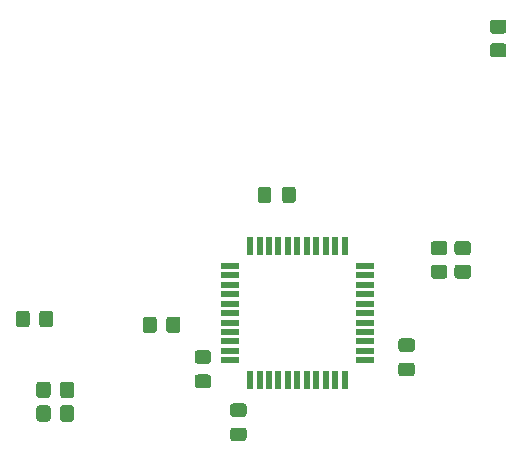
<source format=gbp>
G04 #@! TF.GenerationSoftware,KiCad,Pcbnew,(5.1.6)-1*
G04 #@! TF.CreationDate,2021-05-04T19:37:33+03:00*
G04 #@! TF.ProjectId,APC,4150432e-6b69-4636-9164-5f7063625858,rev?*
G04 #@! TF.SameCoordinates,Original*
G04 #@! TF.FileFunction,Paste,Bot*
G04 #@! TF.FilePolarity,Positive*
%FSLAX46Y46*%
G04 Gerber Fmt 4.6, Leading zero omitted, Abs format (unit mm)*
G04 Created by KiCad (PCBNEW (5.1.6)-1) date 2021-05-04 19:37:33*
%MOMM*%
%LPD*%
G01*
G04 APERTURE LIST*
%ADD10R,1.500000X0.550000*%
%ADD11R,0.550000X1.500000*%
G04 APERTURE END LIST*
G36*
G01*
X115700001Y-90800000D02*
X114799999Y-90800000D01*
G75*
G02*
X114550000Y-90550001I0J249999D01*
G01*
X114550000Y-89899999D01*
G75*
G02*
X114799999Y-89650000I249999J0D01*
G01*
X115700001Y-89650000D01*
G75*
G02*
X115950000Y-89899999I0J-249999D01*
G01*
X115950000Y-90550001D01*
G75*
G02*
X115700001Y-90800000I-249999J0D01*
G01*
G37*
G36*
G01*
X115700001Y-92850000D02*
X114799999Y-92850000D01*
G75*
G02*
X114550000Y-92600001I0J249999D01*
G01*
X114550000Y-91949999D01*
G75*
G02*
X114799999Y-91700000I249999J0D01*
G01*
X115700001Y-91700000D01*
G75*
G02*
X115950000Y-91949999I0J-249999D01*
G01*
X115950000Y-92600001D01*
G75*
G02*
X115700001Y-92850000I-249999J0D01*
G01*
G37*
G36*
G01*
X112700001Y-86300000D02*
X111799999Y-86300000D01*
G75*
G02*
X111550000Y-86050001I0J249999D01*
G01*
X111550000Y-85399999D01*
G75*
G02*
X111799999Y-85150000I249999J0D01*
G01*
X112700001Y-85150000D01*
G75*
G02*
X112950000Y-85399999I0J-249999D01*
G01*
X112950000Y-86050001D01*
G75*
G02*
X112700001Y-86300000I-249999J0D01*
G01*
G37*
G36*
G01*
X112700001Y-88350000D02*
X111799999Y-88350000D01*
G75*
G02*
X111550000Y-88100001I0J249999D01*
G01*
X111550000Y-87449999D01*
G75*
G02*
X111799999Y-87200000I249999J0D01*
G01*
X112700001Y-87200000D01*
G75*
G02*
X112950000Y-87449999I0J-249999D01*
G01*
X112950000Y-88100001D01*
G75*
G02*
X112700001Y-88350000I-249999J0D01*
G01*
G37*
G36*
G01*
X129950001Y-85300000D02*
X129049999Y-85300000D01*
G75*
G02*
X128800000Y-85050001I0J249999D01*
G01*
X128800000Y-84399999D01*
G75*
G02*
X129049999Y-84150000I249999J0D01*
G01*
X129950001Y-84150000D01*
G75*
G02*
X130200000Y-84399999I0J-249999D01*
G01*
X130200000Y-85050001D01*
G75*
G02*
X129950001Y-85300000I-249999J0D01*
G01*
G37*
G36*
G01*
X129950001Y-87350000D02*
X129049999Y-87350000D01*
G75*
G02*
X128800000Y-87100001I0J249999D01*
G01*
X128800000Y-86449999D01*
G75*
G02*
X129049999Y-86200000I249999J0D01*
G01*
X129950001Y-86200000D01*
G75*
G02*
X130200000Y-86449999I0J-249999D01*
G01*
X130200000Y-87100001D01*
G75*
G02*
X129950001Y-87350000I-249999J0D01*
G01*
G37*
G36*
G01*
X118950000Y-72450001D02*
X118950000Y-71549999D01*
G75*
G02*
X119199999Y-71300000I249999J0D01*
G01*
X119850001Y-71300000D01*
G75*
G02*
X120100000Y-71549999I0J-249999D01*
G01*
X120100000Y-72450001D01*
G75*
G02*
X119850001Y-72700000I-249999J0D01*
G01*
X119199999Y-72700000D01*
G75*
G02*
X118950000Y-72450001I0J249999D01*
G01*
G37*
G36*
G01*
X116900000Y-72450001D02*
X116900000Y-71549999D01*
G75*
G02*
X117149999Y-71300000I249999J0D01*
G01*
X117800001Y-71300000D01*
G75*
G02*
X118050000Y-71549999I0J-249999D01*
G01*
X118050000Y-72450001D01*
G75*
G02*
X117800001Y-72700000I-249999J0D01*
G01*
X117149999Y-72700000D01*
G75*
G02*
X116900000Y-72450001I0J249999D01*
G01*
G37*
D10*
X114550000Y-78000000D03*
X114550000Y-78800000D03*
X114550000Y-79600000D03*
X114550000Y-80400000D03*
X114550000Y-81200000D03*
X114550000Y-82000000D03*
X114550000Y-82800000D03*
X114550000Y-83600000D03*
X114550000Y-84400000D03*
X114550000Y-85200000D03*
X114550000Y-86000000D03*
D11*
X116250000Y-87700000D03*
X117050000Y-87700000D03*
X117850000Y-87700000D03*
X118650000Y-87700000D03*
X119450000Y-87700000D03*
X120250000Y-87700000D03*
X121050000Y-87700000D03*
X121850000Y-87700000D03*
X122650000Y-87700000D03*
X123450000Y-87700000D03*
X124250000Y-87700000D03*
D10*
X125950000Y-86000000D03*
X125950000Y-85200000D03*
X125950000Y-84400000D03*
X125950000Y-83600000D03*
X125950000Y-82800000D03*
X125950000Y-82000000D03*
X125950000Y-81200000D03*
X125950000Y-80400000D03*
X125950000Y-79600000D03*
X125950000Y-78800000D03*
X125950000Y-78000000D03*
D11*
X124250000Y-76300000D03*
X123450000Y-76300000D03*
X122650000Y-76300000D03*
X121850000Y-76300000D03*
X121050000Y-76300000D03*
X120250000Y-76300000D03*
X119450000Y-76300000D03*
X118650000Y-76300000D03*
X117850000Y-76300000D03*
X117050000Y-76300000D03*
X116250000Y-76300000D03*
G36*
G01*
X131799999Y-77900000D02*
X132700001Y-77900000D01*
G75*
G02*
X132950000Y-78149999I0J-249999D01*
G01*
X132950000Y-78850001D01*
G75*
G02*
X132700001Y-79100000I-249999J0D01*
G01*
X131799999Y-79100000D01*
G75*
G02*
X131550000Y-78850001I0J249999D01*
G01*
X131550000Y-78149999D01*
G75*
G02*
X131799999Y-77900000I249999J0D01*
G01*
G37*
G36*
G01*
X131799999Y-75900000D02*
X132700001Y-75900000D01*
G75*
G02*
X132950000Y-76149999I0J-249999D01*
G01*
X132950000Y-76850001D01*
G75*
G02*
X132700001Y-77100000I-249999J0D01*
G01*
X131799999Y-77100000D01*
G75*
G02*
X131550000Y-76850001I0J249999D01*
G01*
X131550000Y-76149999D01*
G75*
G02*
X131799999Y-75900000I249999J0D01*
G01*
G37*
G36*
G01*
X133799999Y-77900000D02*
X134700001Y-77900000D01*
G75*
G02*
X134950000Y-78149999I0J-249999D01*
G01*
X134950000Y-78850001D01*
G75*
G02*
X134700001Y-79100000I-249999J0D01*
G01*
X133799999Y-79100000D01*
G75*
G02*
X133550000Y-78850001I0J249999D01*
G01*
X133550000Y-78149999D01*
G75*
G02*
X133799999Y-77900000I249999J0D01*
G01*
G37*
G36*
G01*
X133799999Y-75900000D02*
X134700001Y-75900000D01*
G75*
G02*
X134950000Y-76149999I0J-249999D01*
G01*
X134950000Y-76850001D01*
G75*
G02*
X134700001Y-77100000I-249999J0D01*
G01*
X133799999Y-77100000D01*
G75*
G02*
X133550000Y-76850001I0J249999D01*
G01*
X133550000Y-76149999D01*
G75*
G02*
X133799999Y-75900000I249999J0D01*
G01*
G37*
G36*
G01*
X99350000Y-88049999D02*
X99350000Y-88950001D01*
G75*
G02*
X99100001Y-89200000I-249999J0D01*
G01*
X98399999Y-89200000D01*
G75*
G02*
X98150000Y-88950001I0J249999D01*
G01*
X98150000Y-88049999D01*
G75*
G02*
X98399999Y-87800000I249999J0D01*
G01*
X99100001Y-87800000D01*
G75*
G02*
X99350000Y-88049999I0J-249999D01*
G01*
G37*
G36*
G01*
X101350000Y-88049999D02*
X101350000Y-88950001D01*
G75*
G02*
X101100001Y-89200000I-249999J0D01*
G01*
X100399999Y-89200000D01*
G75*
G02*
X100150000Y-88950001I0J249999D01*
G01*
X100150000Y-88049999D01*
G75*
G02*
X100399999Y-87800000I249999J0D01*
G01*
X101100001Y-87800000D01*
G75*
G02*
X101350000Y-88049999I0J-249999D01*
G01*
G37*
G36*
G01*
X99350000Y-90049999D02*
X99350000Y-90950001D01*
G75*
G02*
X99100001Y-91200000I-249999J0D01*
G01*
X98399999Y-91200000D01*
G75*
G02*
X98150000Y-90950001I0J249999D01*
G01*
X98150000Y-90049999D01*
G75*
G02*
X98399999Y-89800000I249999J0D01*
G01*
X99100001Y-89800000D01*
G75*
G02*
X99350000Y-90049999I0J-249999D01*
G01*
G37*
G36*
G01*
X101350000Y-90049999D02*
X101350000Y-90950001D01*
G75*
G02*
X101100001Y-91200000I-249999J0D01*
G01*
X100399999Y-91200000D01*
G75*
G02*
X100150000Y-90950001I0J249999D01*
G01*
X100150000Y-90049999D01*
G75*
G02*
X100399999Y-89800000I249999J0D01*
G01*
X101100001Y-89800000D01*
G75*
G02*
X101350000Y-90049999I0J-249999D01*
G01*
G37*
G36*
G01*
X109150000Y-83450001D02*
X109150000Y-82549999D01*
G75*
G02*
X109399999Y-82300000I249999J0D01*
G01*
X110100001Y-82300000D01*
G75*
G02*
X110350000Y-82549999I0J-249999D01*
G01*
X110350000Y-83450001D01*
G75*
G02*
X110100001Y-83700000I-249999J0D01*
G01*
X109399999Y-83700000D01*
G75*
G02*
X109150000Y-83450001I0J249999D01*
G01*
G37*
G36*
G01*
X107150000Y-83450001D02*
X107150000Y-82549999D01*
G75*
G02*
X107399999Y-82300000I249999J0D01*
G01*
X108100001Y-82300000D01*
G75*
G02*
X108350000Y-82549999I0J-249999D01*
G01*
X108350000Y-83450001D01*
G75*
G02*
X108100001Y-83700000I-249999J0D01*
G01*
X107399999Y-83700000D01*
G75*
G02*
X107150000Y-83450001I0J249999D01*
G01*
G37*
G36*
G01*
X98400000Y-82950001D02*
X98400000Y-82049999D01*
G75*
G02*
X98649999Y-81800000I249999J0D01*
G01*
X99350001Y-81800000D01*
G75*
G02*
X99600000Y-82049999I0J-249999D01*
G01*
X99600000Y-82950001D01*
G75*
G02*
X99350001Y-83200000I-249999J0D01*
G01*
X98649999Y-83200000D01*
G75*
G02*
X98400000Y-82950001I0J249999D01*
G01*
G37*
G36*
G01*
X96400000Y-82950001D02*
X96400000Y-82049999D01*
G75*
G02*
X96649999Y-81800000I249999J0D01*
G01*
X97350001Y-81800000D01*
G75*
G02*
X97600000Y-82049999I0J-249999D01*
G01*
X97600000Y-82950001D01*
G75*
G02*
X97350001Y-83200000I-249999J0D01*
G01*
X96649999Y-83200000D01*
G75*
G02*
X96400000Y-82950001I0J249999D01*
G01*
G37*
G36*
G01*
X136799999Y-59150000D02*
X137700001Y-59150000D01*
G75*
G02*
X137950000Y-59399999I0J-249999D01*
G01*
X137950000Y-60100001D01*
G75*
G02*
X137700001Y-60350000I-249999J0D01*
G01*
X136799999Y-60350000D01*
G75*
G02*
X136550000Y-60100001I0J249999D01*
G01*
X136550000Y-59399999D01*
G75*
G02*
X136799999Y-59150000I249999J0D01*
G01*
G37*
G36*
G01*
X136799999Y-57150000D02*
X137700001Y-57150000D01*
G75*
G02*
X137950000Y-57399999I0J-249999D01*
G01*
X137950000Y-58100001D01*
G75*
G02*
X137700001Y-58350000I-249999J0D01*
G01*
X136799999Y-58350000D01*
G75*
G02*
X136550000Y-58100001I0J249999D01*
G01*
X136550000Y-57399999D01*
G75*
G02*
X136799999Y-57150000I249999J0D01*
G01*
G37*
M02*

</source>
